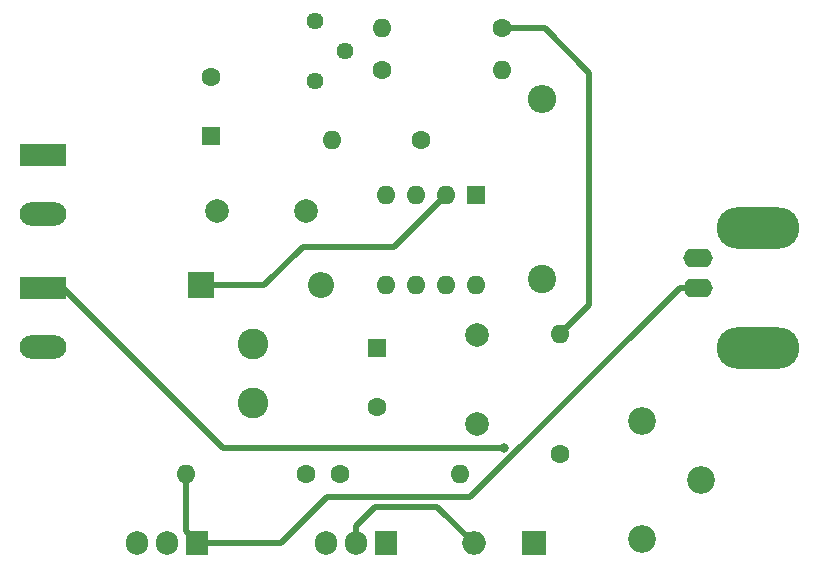
<source format=gbr>
G04 #@! TF.GenerationSoftware,KiCad,Pcbnew,(6.0.2)*
G04 #@! TF.CreationDate,2022-10-13T14:07:26+01:00*
G04 #@! TF.ProjectId,led_driver,6c65645f-6472-4697-9665-722e6b696361,rev?*
G04 #@! TF.SameCoordinates,Original*
G04 #@! TF.FileFunction,Copper,L1,Top*
G04 #@! TF.FilePolarity,Positive*
%FSLAX46Y46*%
G04 Gerber Fmt 4.6, Leading zero omitted, Abs format (unit mm)*
G04 Created by KiCad (PCBNEW (6.0.2)) date 2022-10-13 14:07:26*
%MOMM*%
%LPD*%
G01*
G04 APERTURE LIST*
G04 #@! TA.AperFunction,ComponentPad*
%ADD10C,1.600000*%
G04 #@! TD*
G04 #@! TA.AperFunction,ComponentPad*
%ADD11O,1.600000X1.600000*%
G04 #@! TD*
G04 #@! TA.AperFunction,ComponentPad*
%ADD12C,1.440000*%
G04 #@! TD*
G04 #@! TA.AperFunction,ComponentPad*
%ADD13C,2.340000*%
G04 #@! TD*
G04 #@! TA.AperFunction,ComponentPad*
%ADD14R,2.000000X2.000000*%
G04 #@! TD*
G04 #@! TA.AperFunction,ComponentPad*
%ADD15O,2.000000X2.000000*%
G04 #@! TD*
G04 #@! TA.AperFunction,ComponentPad*
%ADD16C,2.400000*%
G04 #@! TD*
G04 #@! TA.AperFunction,ComponentPad*
%ADD17O,2.400000X2.400000*%
G04 #@! TD*
G04 #@! TA.AperFunction,ComponentPad*
%ADD18R,1.905000X2.000000*%
G04 #@! TD*
G04 #@! TA.AperFunction,ComponentPad*
%ADD19O,1.905000X2.000000*%
G04 #@! TD*
G04 #@! TA.AperFunction,ComponentPad*
%ADD20C,2.000000*%
G04 #@! TD*
G04 #@! TA.AperFunction,ComponentPad*
%ADD21R,1.600000X1.600000*%
G04 #@! TD*
G04 #@! TA.AperFunction,ComponentPad*
%ADD22R,2.200000X2.200000*%
G04 #@! TD*
G04 #@! TA.AperFunction,ComponentPad*
%ADD23O,2.200000X2.200000*%
G04 #@! TD*
G04 #@! TA.AperFunction,ComponentPad*
%ADD24R,3.960000X1.980000*%
G04 #@! TD*
G04 #@! TA.AperFunction,ComponentPad*
%ADD25O,3.960000X1.980000*%
G04 #@! TD*
G04 #@! TA.AperFunction,ComponentPad*
%ADD26O,2.500000X1.600000*%
G04 #@! TD*
G04 #@! TA.AperFunction,ComponentPad*
%ADD27O,7.000000X3.500000*%
G04 #@! TD*
G04 #@! TA.AperFunction,ComponentPad*
%ADD28C,2.600000*%
G04 #@! TD*
G04 #@! TA.AperFunction,ViaPad*
%ADD29C,0.800000*%
G04 #@! TD*
G04 #@! TA.AperFunction,Conductor*
%ADD30C,0.500000*%
G04 #@! TD*
G04 APERTURE END LIST*
D10*
X124750000Y-66750000D03*
D11*
X117250000Y-66750000D03*
D12*
X115750000Y-61750000D03*
X118290000Y-59210000D03*
X115750000Y-56670000D03*
D13*
X143500000Y-90500000D03*
X148500000Y-95500000D03*
X143500000Y-100500000D03*
D10*
X115000000Y-95000000D03*
D11*
X104840000Y-95000000D03*
D14*
X134290000Y-100805000D03*
D15*
X129210000Y-100805000D03*
D10*
X117920000Y-95000000D03*
D11*
X128080000Y-95000000D03*
D16*
X135000000Y-78500000D03*
D17*
X135000000Y-63260000D03*
D18*
X105790000Y-100805000D03*
D19*
X103250000Y-100805000D03*
X100710000Y-100805000D03*
D18*
X121790000Y-100805000D03*
D19*
X119250000Y-100805000D03*
X116710000Y-100805000D03*
D20*
X115000000Y-72750000D03*
X107500000Y-72750000D03*
D21*
X121000000Y-84347349D03*
D10*
X121000000Y-89347349D03*
D20*
X129500000Y-90750000D03*
X129500000Y-83250000D03*
D21*
X107000000Y-66402651D03*
D10*
X107000000Y-61402651D03*
D22*
X106170000Y-79000000D03*
D23*
X116330000Y-79000000D03*
D24*
X92750000Y-79235000D03*
D25*
X92750000Y-84235000D03*
D26*
X148200000Y-79250000D03*
D27*
X153280000Y-74170000D03*
X153280000Y-84330000D03*
D26*
X148200000Y-76710000D03*
D10*
X136500000Y-93330000D03*
D11*
X136500000Y-83170000D03*
D10*
X121420000Y-60750000D03*
D11*
X131580000Y-60750000D03*
D21*
X129438400Y-71360800D03*
D11*
X126898400Y-71360800D03*
X124358400Y-71360800D03*
X121818400Y-71360800D03*
X121818400Y-78980800D03*
X124358400Y-78980800D03*
X126898400Y-78980800D03*
X129438400Y-78980800D03*
X121420000Y-57250000D03*
D10*
X131580000Y-57250000D03*
D24*
X92750000Y-68000000D03*
D25*
X92750000Y-73000000D03*
D28*
X110500000Y-89000000D03*
X110500000Y-84000000D03*
D29*
X131750000Y-92750000D03*
D30*
X104840000Y-95000000D02*
X104840000Y-99855000D01*
X104840000Y-99855000D02*
X105790000Y-100805000D01*
X112945000Y-100805000D02*
X105790000Y-100805000D01*
X139000000Y-80670000D02*
X136500000Y-83170000D01*
X139000000Y-61000000D02*
X139000000Y-80670000D01*
X135250000Y-57250000D02*
X139000000Y-61000000D01*
X131580000Y-57250000D02*
X135250000Y-57250000D01*
X108000000Y-92750000D02*
X131750000Y-92750000D01*
X94485000Y-79235000D02*
X108000000Y-92750000D01*
X92750000Y-79235000D02*
X94485000Y-79235000D01*
X128950480Y-96950480D02*
X146650960Y-79250000D01*
X116799520Y-96950480D02*
X128950480Y-96950480D01*
X146650960Y-79250000D02*
X148200000Y-79250000D01*
X112945000Y-100805000D02*
X116799520Y-96950480D01*
X122509200Y-75750000D02*
X126898400Y-71360800D01*
X114750000Y-75750000D02*
X122509200Y-75750000D01*
X111500000Y-79000000D02*
X114750000Y-75750000D01*
X106170000Y-79000000D02*
X111500000Y-79000000D01*
X119250000Y-99400000D02*
X119250000Y-100805000D01*
X120900000Y-97750000D02*
X119250000Y-99400000D01*
X126155000Y-97750000D02*
X120900000Y-97750000D01*
X129210000Y-100805000D02*
X126155000Y-97750000D01*
M02*

</source>
